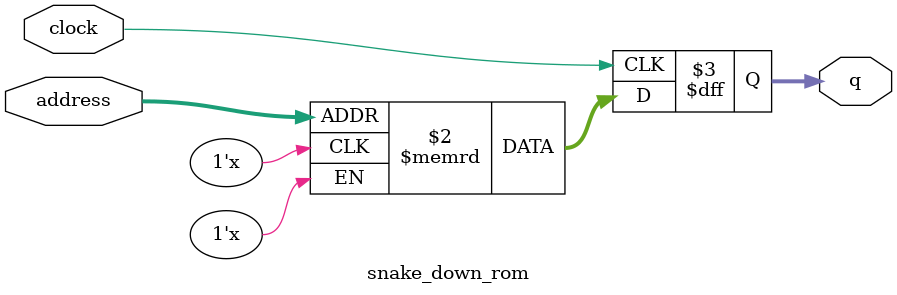
<source format=sv>
module snake_down_rom (
	input logic clock,
	input logic [9:0] address,
	output logic [3:0] q
);

logic [3:0] memory [0:944] /* synthesis ram_init_file = "./snake_down.mif" */;

always_ff @ (posedge clock) begin
	q <= memory[address];
end

endmodule

</source>
